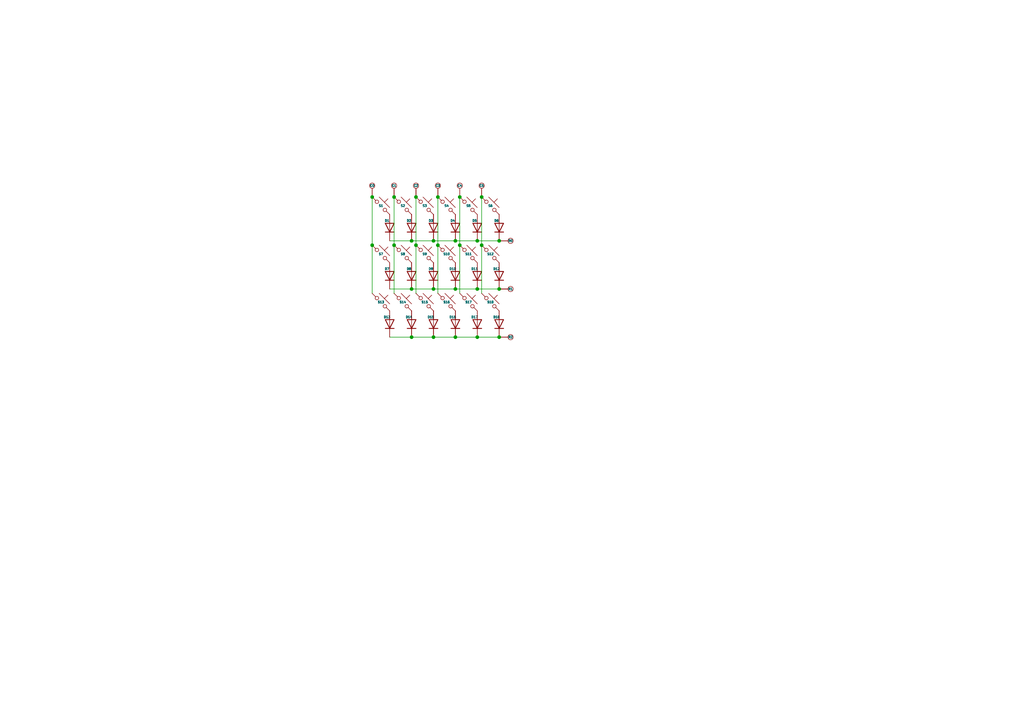
<source format=kicad_sch>
(kicad_sch (version 20231120) (generator "eeschema") (generator_version "8.0")
  (paper "A4")
  (lib_symbols
    (symbol "Connector:TestPoint" (pin_numbers hide) (pin_names (offset 0.762) hide)
      (property "Reference" "TP" (at 0 6.858 0))
      (property "Value" "TestPoint" (at 0 5.08 0))
      (symbol "TestPoint_0_1"
        (circle (center 0 3.302) (radius 0.762))
      )
      (symbol "TestPoint_1_1"
        (pin passive line (at 0 0 90) (length 2.54) (name "1") (number "1"))
      )
    )
    (symbol "ScottoKeebs:Placeholder_Diode" (pin_numbers hide) (pin_names hide)
      (property "Reference" "D" (at 0 2.54 0))
      (property "Value" "Diode" (at 0 -2.54 0))
      (symbol "Placeholder_Diode_0_1"
        (polyline (pts (xy -1.27 1.27) (xy -1.27 -1.27)) (stroke (width 0.254)))
        (polyline (pts (xy 1.27 0) (xy -1.27 0)))
        (polyline (pts (xy 1.27 1.27) (xy 1.27 -1.27) (xy -1.27 0) (xy 1.27 1.27)) (stroke (width 0.254)))
      )
      (symbol "Placeholder_Diode_1_1"
        (pin passive line (at -3.81 0 0) (length 2.54) (name "K") (number "1"))
        (pin passive line (at 3.81 0 180) (length 2.54) (name "A") (number "2"))
      )
    )
    (symbol "ScottoKeebs:Placeholder_Keyswitch" (pin_numbers hide) (pin_names (offset 1.016) hide)
      (property "Reference" "S" (at 3.048 1.016 0))
      (property "Value" "Keyswitch" (at 0 -3.81 0))
      (symbol "Placeholder_Keyswitch_0_1"
        (circle (center -1.1684 1.1684) (radius 0.508))
        (polyline (pts (xy -0.508 2.54) (xy 2.54 -0.508)))
        (polyline (pts (xy 1.016 1.016) (xy 2.032 2.032)))
        (polyline (pts (xy -2.54 2.54) (xy -1.524 1.524) (xy -1.524 1.524)))
        (polyline (pts (xy 1.524 -1.524) (xy 2.54 -2.54) (xy 2.54 -2.54) (xy 2.54 -2.54)))
        (circle (center 1.143 -1.1938) (radius 0.508))
        (pin passive line (at -2.54 2.54 0) (length 0) (name "1") (number "1"))
        (pin passive line (at 2.54 -2.54 180) (length 0) (name "2") (number "2"))
      )
    )
  )
  (junction (at 138.43 83.82))
  (junction (at 139.7 57.15))
  (junction (at 144.78 69.85))
  (junction (at 107.95 71.12))
  (junction (at 138.43 69.85))
  (junction (at 132.08 83.82))
  (junction (at 119.38 69.85))
  (junction (at 114.3 57.15))
  (junction (at 133.35 57.15))
  (junction (at 132.08 97.79))
  (junction (at 127 71.12))
  (junction (at 132.08 69.85))
  (junction (at 119.38 83.82))
  (junction (at 138.43 97.79))
  (junction (at 114.3 71.12))
  (junction (at 120.65 71.12))
  (junction (at 127 57.15))
  (junction (at 144.78 97.79))
  (junction (at 133.35 71.12))
  (junction (at 119.38 97.79))
  (junction (at 125.73 69.85))
  (junction (at 125.73 83.82))
  (junction (at 144.78 83.82))
  (junction (at 139.7 71.12))
  (junction (at 107.95 57.15))
  (junction (at 125.73 97.79))
  (junction (at 120.65 57.15))
  (wire (pts (xy 120.65 71.12) (xy 120.65 85.09)))
  (wire (pts (xy 132.08 69.85) (xy 138.43 69.85)))
  (wire (pts (xy 127 57.15) (xy 127 71.12)))
  (wire (pts (xy 114.3 71.12) (xy 114.3 85.09)))
  (wire (pts (xy 107.95 71.12) (xy 107.95 85.09)))
  (wire (pts (xy 138.43 97.79) (xy 144.78 97.79)))
  (wire (pts (xy 133.35 57.15) (xy 133.35 71.12)))
  (wire (pts (xy 139.7 57.15) (xy 139.7 71.12)))
  (wire (pts (xy 132.08 97.79) (xy 138.43 97.79)))
  (wire (pts (xy 113.03 97.79) (xy 119.38 97.79)))
  (wire (pts (xy 119.38 83.82) (xy 125.73 83.82)))
  (wire (pts (xy 132.08 83.82) (xy 138.43 83.82)))
  (wire (pts (xy 120.65 57.15) (xy 120.65 71.12)))
  (wire (pts (xy 119.38 69.85) (xy 125.73 69.85)))
  (wire (pts (xy 113.03 83.82) (xy 119.38 83.82)))
  (wire (pts (xy 125.73 69.85) (xy 132.08 69.85)))
  (wire (pts (xy 125.73 97.79) (xy 132.08 97.79)))
  (wire (pts (xy 138.43 69.85) (xy 144.78 69.85)))
  (wire (pts (xy 113.03 69.85) (xy 119.38 69.85)))
  (wire (pts (xy 138.43 83.82) (xy 144.78 83.82)))
  (wire (pts (xy 133.35 71.12) (xy 133.35 85.09)))
  (wire (pts (xy 125.73 83.82) (xy 132.08 83.82)))
  (wire (pts (xy 127 71.12) (xy 127 85.09)))
  (wire (pts (xy 119.38 97.79) (xy 125.73 97.79)))
  (wire (pts (xy 114.3 57.15) (xy 114.3 71.12)))
  (wire (pts (xy 139.7 71.12) (xy 139.7 85.09)))
  (wire (pts (xy 107.95 57.15) (xy 107.95 71.12)))
  (symbol (lib_id "Connector:TestPoint") (at 133.35 57.15 0) (unit 1)
    (property "Reference" "C4" (at 133.35 53.848 0) (effects (font (size 0.635 0.635))))
    (property "Value" "TestPoint" (effects (hide yes)))
    (property "Footprint" "ScottoKeebs_Scotto:TestPoint" (effects (hide yes)))
    (property "Description" "test point" (effects (hide yes)))
  )
  (symbol (lib_id "ScottoKeebs:Placeholder_Diode") (at 113.03 93.98 90) (unit 1)
    (property "Reference" "D13" (at 112.268 91.948 90) (effects (font (size 0.635 0.635))))
    (property "Value" "Diode" (effects (hide yes)))
    (property "Footprint" "ScottoKeebs_Components:Diode_SOD-123" (effects (hide yes)))
    (property "Description" "1N4148 (DO-35) or 1N4148W (SOD-123)" (effects (hide yes)))
    (property "Sim.Device" "D" (effects (hide yes)))
    (property "Sim.Pins" "1=K 2=A" (effects (hide yes)))
  )
  (symbol (lib_id "ScottoKeebs:Placeholder_Diode") (at 138.43 80.01 90) (unit 1)
    (property "Reference" "D11" (at 137.668 77.978 90) (effects (font (size 0.635 0.635))))
    (property "Value" "Diode" (effects (hide yes)))
    (property "Footprint" "ScottoKeebs_Components:Diode_SOD-123" (effects (hide yes)))
    (property "Description" "1N4148 (DO-35) or 1N4148W (SOD-123)" (effects (hide yes)))
    (property "Sim.Device" "D" (effects (hide yes)))
    (property "Sim.Pins" "1=K 2=A" (effects (hide yes)))
  )
  (symbol (lib_id "ScottoKeebs:Placeholder_Keyswitch") (at 116.84 73.66 0) (unit 1)
    (property "Reference" "S8" (at 116.84 73.66 0) (effects (font (size 0.635 0.635))))
    (property "Value" "Keyswitch" (effects (hide yes)))
    (property "Footprint" "ScottoKeebs_Scotto:MX_Solder_1.00u" (effects (hide yes)))
    (property "Description" "Push button switch, normally open, two pins, 45° tilted" (effects (hide yes)))
  )
  (symbol (lib_id "ScottoKeebs:Placeholder_Keyswitch") (at 110.49 87.63 0) (unit 1)
    (property "Reference" "S13" (at 110.49 87.63 0) (effects (font (size 0.635 0.635))))
    (property "Value" "Keyswitch" (effects (hide yes)))
    (property "Footprint" "ScottoKeebs_Scotto:MX_Solder_1.00u" (effects (hide yes)))
    (property "Description" "Push button switch, normally open, two pins, 45° tilted" (effects (hide yes)))
  )
  (symbol (lib_id "ScottoKeebs:Placeholder_Keyswitch") (at 142.24 73.66 0) (unit 1)
    (property "Reference" "S12" (at 142.24 73.66 0) (effects (font (size 0.635 0.635))))
    (property "Value" "Keyswitch" (effects (hide yes)))
    (property "Footprint" "ScottoKeebs_Scotto:MX_Solder_1.00u" (effects (hide yes)))
    (property "Description" "Push button switch, normally open, two pins, 45° tilted" (effects (hide yes)))
  )
  (symbol (lib_id "ScottoKeebs:Placeholder_Diode") (at 138.43 93.98 90) (unit 1)
    (property "Reference" "D17" (at 137.668 91.948 90) (effects (font (size 0.635 0.635))))
    (property "Value" "Diode" (effects (hide yes)))
    (property "Footprint" "ScottoKeebs_Components:Diode_SOD-123" (effects (hide yes)))
    (property "Description" "1N4148 (DO-35) or 1N4148W (SOD-123)" (effects (hide yes)))
    (property "Sim.Device" "D" (effects (hide yes)))
    (property "Sim.Pins" "1=K 2=A" (effects (hide yes)))
  )
  (symbol (lib_id "ScottoKeebs:Placeholder_Keyswitch") (at 123.19 59.69 0) (unit 1)
    (property "Reference" "S3" (at 123.19 59.69 0) (effects (font (size 0.635 0.635))))
    (property "Value" "Keyswitch" (effects (hide yes)))
    (property "Footprint" "ScottoKeebs_Scotto:MX_Solder_1.00u" (effects (hide yes)))
    (property "Description" "Push button switch, normally open, two pins, 45° tilted" (effects (hide yes)))
  )
  (symbol (lib_id "ScottoKeebs:Placeholder_Diode") (at 119.38 80.01 90) (unit 1)
    (property "Reference" "D8" (at 118.618 77.978 90) (effects (font (size 0.635 0.635))))
    (property "Value" "Diode" (effects (hide yes)))
    (property "Footprint" "ScottoKeebs_Components:Diode_SOD-123" (effects (hide yes)))
    (property "Description" "1N4148 (DO-35) or 1N4148W (SOD-123)" (effects (hide yes)))
    (property "Sim.Device" "D" (effects (hide yes)))
    (property "Sim.Pins" "1=K 2=A" (effects (hide yes)))
  )
  (symbol (lib_id "Connector:TestPoint") (at 144.78 69.85 270) (unit 1)
    (property "Reference" "R0" (at 148.082 69.85 90) (effects (font (size 0.635 0.635))))
    (property "Value" "TestPoint" (effects (hide yes)))
    (property "Footprint" "ScottoKeebs_Scotto:TestPoint" (effects (hide yes)))
    (property "Description" "test point" (effects (hide yes)))
  )
  (symbol (lib_id "ScottoKeebs:Placeholder_Diode") (at 119.38 93.98 90) (unit 1)
    (property "Reference" "D14" (at 118.618 91.948 90) (effects (font (size 0.635 0.635))))
    (property "Value" "Diode" (effects (hide yes)))
    (property "Footprint" "ScottoKeebs_Components:Diode_SOD-123" (effects (hide yes)))
    (property "Description" "1N4148 (DO-35) or 1N4148W (SOD-123)" (effects (hide yes)))
    (property "Sim.Device" "D" (effects (hide yes)))
    (property "Sim.Pins" "1=K 2=A" (effects (hide yes)))
  )
  (symbol (lib_id "ScottoKeebs:Placeholder_Keyswitch") (at 116.84 59.69 0) (unit 1)
    (property "Reference" "S2" (at 116.84 59.69 0) (effects (font (size 0.635 0.635))))
    (property "Value" "Keyswitch" (effects (hide yes)))
    (property "Footprint" "ScottoKeebs_Scotto:MX_Solder_1.00u" (effects (hide yes)))
    (property "Description" "Push button switch, normally open, two pins, 45° tilted" (effects (hide yes)))
  )
  (symbol (lib_id "ScottoKeebs:Placeholder_Diode") (at 125.73 66.04 90) (unit 1)
    (property "Reference" "D3" (at 124.968 64.008 90) (effects (font (size 0.635 0.635))))
    (property "Value" "Diode" (effects (hide yes)))
    (property "Footprint" "ScottoKeebs_Components:Diode_SOD-123" (effects (hide yes)))
    (property "Description" "1N4148 (DO-35) or 1N4148W (SOD-123)" (effects (hide yes)))
    (property "Sim.Device" "D" (effects (hide yes)))
    (property "Sim.Pins" "1=K 2=A" (effects (hide yes)))
  )
  (symbol (lib_id "ScottoKeebs:Placeholder_Diode") (at 125.73 80.01 90) (unit 1)
    (property "Reference" "D9" (at 124.968 77.978 90) (effects (font (size 0.635 0.635))))
    (property "Value" "Diode" (effects (hide yes)))
    (property "Footprint" "ScottoKeebs_Components:Diode_SOD-123" (effects (hide yes)))
    (property "Description" "1N4148 (DO-35) or 1N4148W (SOD-123)" (effects (hide yes)))
    (property "Sim.Device" "D" (effects (hide yes)))
    (property "Sim.Pins" "1=K 2=A" (effects (hide yes)))
  )
  (symbol (lib_id "ScottoKeebs:Placeholder_Keyswitch") (at 110.49 59.69 0) (unit 1)
    (property "Reference" "S1" (at 110.49 59.69 0) (effects (font (size 0.635 0.635))))
    (property "Value" "Keyswitch" (effects (hide yes)))
    (property "Footprint" "ScottoKeebs_Scotto:MX_Solder_1.00u" (effects (hide yes)))
    (property "Description" "Push button switch, normally open, two pins, 45° tilted" (effects (hide yes)))
  )
  (symbol (lib_id "ScottoKeebs:Placeholder_Diode") (at 132.08 80.01 90) (unit 1)
    (property "Reference" "D10" (at 131.318 77.978 90) (effects (font (size 0.635 0.635))))
    (property "Value" "Diode" (effects (hide yes)))
    (property "Footprint" "ScottoKeebs_Components:Diode_SOD-123" (effects (hide yes)))
    (property "Description" "1N4148 (DO-35) or 1N4148W (SOD-123)" (effects (hide yes)))
    (property "Sim.Device" "D" (effects (hide yes)))
    (property "Sim.Pins" "1=K 2=A" (effects (hide yes)))
  )
  (symbol (lib_id "ScottoKeebs:Placeholder_Keyswitch") (at 116.84 87.63 0) (unit 1)
    (property "Reference" "S14" (at 116.84 87.63 0) (effects (font (size 0.635 0.635))))
    (property "Value" "Keyswitch" (effects (hide yes)))
    (property "Footprint" "ScottoKeebs_Scotto:MX_Solder_1.00u" (effects (hide yes)))
    (property "Description" "Push button switch, normally open, two pins, 45° tilted" (effects (hide yes)))
  )
  (symbol (lib_id "ScottoKeebs:Placeholder_Keyswitch") (at 142.24 59.69 0) (unit 1)
    (property "Reference" "S6" (at 142.24 59.69 0) (effects (font (size 0.635 0.635))))
    (property "Value" "Keyswitch" (effects (hide yes)))
    (property "Footprint" "ScottoKeebs_Scotto:MX_Solder_1.00u" (effects (hide yes)))
    (property "Description" "Push button switch, normally open, two pins, 45° tilted" (effects (hide yes)))
  )
  (symbol (lib_id "Connector:TestPoint") (at 144.78 83.82 270) (unit 1)
    (property "Reference" "R1" (at 148.082 83.82 90) (effects (font (size 0.635 0.635))))
    (property "Value" "TestPoint" (effects (hide yes)))
    (property "Footprint" "ScottoKeebs_Scotto:TestPoint" (effects (hide yes)))
    (property "Description" "test point" (effects (hide yes)))
  )
  (symbol (lib_id "Connector:TestPoint") (at 127 57.15 0) (unit 1)
    (property "Reference" "C3" (at 127 53.848 0) (effects (font (size 0.635 0.635))))
    (property "Value" "TestPoint" (effects (hide yes)))
    (property "Footprint" "ScottoKeebs_Scotto:TestPoint" (effects (hide yes)))
    (property "Description" "test point" (effects (hide yes)))
  )
  (symbol (lib_id "ScottoKeebs:Placeholder_Diode") (at 144.78 66.04 90) (unit 1)
    (property "Reference" "D6" (at 144.018 64.008 90) (effects (font (size 0.635 0.635))))
    (property "Value" "Diode" (effects (hide yes)))
    (property "Footprint" "ScottoKeebs_Components:Diode_SOD-123" (effects (hide yes)))
    (property "Description" "1N4148 (DO-35) or 1N4148W (SOD-123)" (effects (hide yes)))
    (property "Sim.Device" "D" (effects (hide yes)))
    (property "Sim.Pins" "1=K 2=A" (effects (hide yes)))
  )
  (symbol (lib_id "ScottoKeebs:Placeholder_Diode") (at 119.38 66.04 90) (unit 1)
    (property "Reference" "D2" (at 118.618 64.008 90) (effects (font (size 0.635 0.635))))
    (property "Value" "Diode" (effects (hide yes)))
    (property "Footprint" "ScottoKeebs_Components:Diode_SOD-123" (effects (hide yes)))
    (property "Description" "1N4148 (DO-35) or 1N4148W (SOD-123)" (effects (hide yes)))
    (property "Sim.Device" "D" (effects (hide yes)))
    (property "Sim.Pins" "1=K 2=A" (effects (hide yes)))
  )
  (symbol (lib_id "ScottoKeebs:Placeholder_Keyswitch") (at 129.54 73.66 0) (unit 1)
    (property "Reference" "S10" (at 129.54 73.66 0) (effects (font (size 0.635 0.635))))
    (property "Value" "Keyswitch" (effects (hide yes)))
    (property "Footprint" "ScottoKeebs_Scotto:MX_Solder_1.00u" (effects (hide yes)))
    (property "Description" "Push button switch, normally open, two pins, 45° tilted" (effects (hide yes)))
  )
  (symbol (lib_id "Connector:TestPoint") (at 120.65 57.15 0) (unit 1)
    (property "Reference" "C2" (at 120.65 53.848 0) (effects (font (size 0.635 0.635))))
    (property "Value" "TestPoint" (effects (hide yes)))
    (property "Footprint" "ScottoKeebs_Scotto:TestPoint" (effects (hide yes)))
    (property "Description" "test point" (effects (hide yes)))
  )
  (symbol (lib_id "Connector:TestPoint") (at 114.3 57.15 0) (unit 1)
    (property "Reference" "C1" (at 114.3 53.848 0) (effects (font (size 0.635 0.635))))
    (property "Value" "TestPoint" (effects (hide yes)))
    (property "Footprint" "ScottoKeebs_Scotto:TestPoint" (effects (hide yes)))
    (property "Description" "test point" (effects (hide yes)))
  )
  (symbol (lib_id "ScottoKeebs:Placeholder_Diode") (at 132.08 66.04 90) (unit 1)
    (property "Reference" "D4" (at 131.318 64.008 90) (effects (font (size 0.635 0.635))))
    (property "Value" "Diode" (effects (hide yes)))
    (property "Footprint" "ScottoKeebs_Components:Diode_SOD-123" (effects (hide yes)))
    (property "Description" "1N4148 (DO-35) or 1N4148W (SOD-123)" (effects (hide yes)))
    (property "Sim.Device" "D" (effects (hide yes)))
    (property "Sim.Pins" "1=K 2=A" (effects (hide yes)))
  )
  (symbol (lib_id "ScottoKeebs:Placeholder_Keyswitch") (at 110.49 73.66 0) (unit 1)
    (property "Reference" "S7" (at 110.49 73.66 0) (effects (font (size 0.635 0.635))))
    (property "Value" "Keyswitch" (effects (hide yes)))
    (property "Footprint" "ScottoKeebs_Scotto:MX_Solder_1.00u" (effects (hide yes)))
    (property "Description" "Push button switch, normally open, two pins, 45° tilted" (effects (hide yes)))
  )
  (symbol (lib_id "ScottoKeebs:Placeholder_Diode") (at 125.73 93.98 90) (unit 1)
    (property "Reference" "D15" (at 124.968 91.948 90) (effects (font (size 0.635 0.635))))
    (property "Value" "Diode" (effects (hide yes)))
    (property "Footprint" "ScottoKeebs_Components:Diode_SOD-123" (effects (hide yes)))
    (property "Description" "1N4148 (DO-35) or 1N4148W (SOD-123)" (effects (hide yes)))
    (property "Sim.Device" "D" (effects (hide yes)))
    (property "Sim.Pins" "1=K 2=A" (effects (hide yes)))
  )
  (symbol (lib_id "ScottoKeebs:Placeholder_Diode") (at 113.03 66.04 90) (unit 1)
    (property "Reference" "D1" (at 112.268 64.008 90) (effects (font (size 0.635 0.635))))
    (property "Value" "Diode" (effects (hide yes)))
    (property "Footprint" "ScottoKeebs_Components:Diode_SOD-123" (effects (hide yes)))
    (property "Description" "1N4148 (DO-35) or 1N4148W (SOD-123)" (effects (hide yes)))
    (property "Sim.Device" "D" (effects (hide yes)))
    (property "Sim.Pins" "1=K 2=A" (effects (hide yes)))
  )
  (symbol (lib_id "ScottoKeebs:Placeholder_Keyswitch") (at 135.89 87.63 0) (unit 1)
    (property "Reference" "S17" (at 135.89 87.63 0) (effects (font (size 0.635 0.635))))
    (property "Value" "Keyswitch" (effects (hide yes)))
    (property "Footprint" "ScottoKeebs_Scotto:MX_Solder_1.00u" (effects (hide yes)))
    (property "Description" "Push button switch, normally open, two pins, 45° tilted" (effects (hide yes)))
  )
  (symbol (lib_id "ScottoKeebs:Placeholder_Diode") (at 144.78 93.98 90) (unit 1)
    (property "Reference" "D18" (at 144.018 91.948 90) (effects (font (size 0.635 0.635))))
    (property "Value" "Diode" (effects (hide yes)))
    (property "Footprint" "ScottoKeebs_Components:Diode_SOD-123" (effects (hide yes)))
    (property "Description" "1N4148 (DO-35) or 1N4148W (SOD-123)" (effects (hide yes)))
    (property "Sim.Device" "D" (effects (hide yes)))
    (property "Sim.Pins" "1=K 2=A" (effects (hide yes)))
  )
  (symbol (lib_id "Connector:TestPoint") (at 139.7 57.15 0) (unit 1)
    (property "Reference" "C5" (at 139.7 53.848 0) (effects (font (size 0.635 0.635))))
    (property "Value" "TestPoint" (effects (hide yes)))
    (property "Footprint" "ScottoKeebs_Scotto:TestPoint" (effects (hide yes)))
    (property "Description" "test point" (effects (hide yes)))
  )
  (symbol (lib_id "ScottoKeebs:Placeholder_Keyswitch") (at 129.54 59.69 0) (unit 1)
    (property "Reference" "S4" (at 129.54 59.69 0) (effects (font (size 0.635 0.635))))
    (property "Value" "Keyswitch" (effects (hide yes)))
    (property "Footprint" "ScottoKeebs_Scotto:MX_Solder_1.00u" (effects (hide yes)))
    (property "Description" "Push button switch, normally open, two pins, 45° tilted" (effects (hide yes)))
  )
  (symbol (lib_id "Connector:TestPoint") (at 107.95 57.15 0) (unit 1)
    (property "Reference" "C0" (at 107.95 53.848 0) (effects (font (size 0.635 0.635))))
    (property "Value" "TestPoint" (effects (hide yes)))
    (property "Footprint" "ScottoKeebs_Scotto:TestPoint" (effects (hide yes)))
    (property "Description" "test point" (effects (hide yes)))
  )
  (symbol (lib_id "ScottoKeebs:Placeholder_Diode") (at 113.03 80.01 90) (unit 1)
    (property "Reference" "D7" (at 112.268 77.978 90) (effects (font (size 0.635 0.635))))
    (property "Value" "Diode" (effects (hide yes)))
    (property "Footprint" "ScottoKeebs_Components:Diode_SOD-123" (effects (hide yes)))
    (property "Description" "1N4148 (DO-35) or 1N4148W (SOD-123)" (effects (hide yes)))
    (property "Sim.Device" "D" (effects (hide yes)))
    (property "Sim.Pins" "1=K 2=A" (effects (hide yes)))
  )
  (symbol (lib_id "ScottoKeebs:Placeholder_Diode") (at 132.08 93.98 90) (unit 1)
    (property "Reference" "D16" (at 131.318 91.948 90) (effects (font (size 0.635 0.635))))
    (property "Value" "Diode" (effects (hide yes)))
    (property "Footprint" "ScottoKeebs_Components:Diode_SOD-123" (effects (hide yes)))
    (property "Description" "1N4148 (DO-35) or 1N4148W (SOD-123)" (effects (hide yes)))
    (property "Sim.Device" "D" (effects (hide yes)))
    (property "Sim.Pins" "1=K 2=A" (effects (hide yes)))
  )
  (symbol (lib_id "ScottoKeebs:Placeholder_Keyswitch") (at 135.89 59.69 0) (unit 1)
    (property "Reference" "S5" (at 135.89 59.69 0) (effects (font (size 0.635 0.635))))
    (property "Value" "Keyswitch" (effects (hide yes)))
    (property "Footprint" "ScottoKeebs_Scotto:MX_Solder_1.00u" (effects (hide yes)))
    (property "Description" "Push button switch, normally open, two pins, 45° tilted" (effects (hide yes)))
  )
  (symbol (lib_id "ScottoKeebs:Placeholder_Diode") (at 144.78 80.01 90) (unit 1)
    (property "Reference" "D12" (at 144.018 77.978 90) (effects (font (size 0.635 0.635))))
    (property "Value" "Diode" (effects (hide yes)))
    (property "Footprint" "ScottoKeebs_Components:Diode_SOD-123" (effects (hide yes)))
    (property "Description" "1N4148 (DO-35) or 1N4148W (SOD-123)" (effects (hide yes)))
    (property "Sim.Device" "D" (effects (hide yes)))
    (property "Sim.Pins" "1=K 2=A" (effects (hide yes)))
  )
  (symbol (lib_id "ScottoKeebs:Placeholder_Keyswitch") (at 129.54 87.63 0) (unit 1)
    (property "Reference" "S16" (at 129.54 87.63 0) (effects (font (size 0.635 0.635))))
    (property "Value" "Keyswitch" (effects (hide yes)))
    (property "Footprint" "ScottoKeebs_Scotto:MX_Solder_1.00u" (effects (hide yes)))
    (property "Description" "Push button switch, normally open, two pins, 45° tilted" (effects (hide yes)))
  )
  (symbol (lib_id "ScottoKeebs:Placeholder_Keyswitch") (at 123.19 73.66 0) (unit 1)
    (property "Reference" "S9" (at 123.19 73.66 0) (effects (font (size 0.635 0.635))))
    (property "Value" "Keyswitch" (effects (hide yes)))
    (property "Footprint" "ScottoKeebs_Scotto:MX_Solder_1.00u" (effects (hide yes)))
    (property "Description" "Push button switch, normally open, two pins, 45° tilted" (effects (hide yes)))
  )
  (symbol (lib_id "ScottoKeebs:Placeholder_Diode") (at 138.43 66.04 90) (unit 1)
    (property "Reference" "D5" (at 137.668 64.008 90) (effects (font (size 0.635 0.635))))
    (property "Value" "Diode" (effects (hide yes)))
    (property "Footprint" "ScottoKeebs_Components:Diode_SOD-123" (effects (hide yes)))
    (property "Description" "1N4148 (DO-35) or 1N4148W (SOD-123)" (effects (hide yes)))
    (property "Sim.Device" "D" (effects (hide yes)))
    (property "Sim.Pins" "1=K 2=A" (effects (hide yes)))
  )
  (symbol (lib_id "Connector:TestPoint") (at 144.78 97.79 270) (unit 1)
    (property "Reference" "R2" (at 148.082 97.79 90) (effects (font (size 0.635 0.635))))
    (property "Value" "TestPoint" (effects (hide yes)))
    (property "Footprint" "ScottoKeebs_Scotto:TestPoint" (effects (hide yes)))
    (property "Description" "test point" (effects (hide yes)))
  )
  (symbol (lib_id "ScottoKeebs:Placeholder_Keyswitch") (at 142.24 87.63 0) (unit 1)
    (property "Reference" "S18" (at 142.24 87.63 0) (effects (font (size 0.635 0.635))))
    (property "Value" "Keyswitch" (effects (hide yes)))
    (property "Footprint" "ScottoKeebs_Scotto:MX_Solder_1.00u" (effects (hide yes)))
    (property "Description" "Push button switch, normally open, two pins, 45° tilted" (effects (hide yes)))
  )
  (symbol (lib_id "ScottoKeebs:Placeholder_Keyswitch") (at 123.19 87.63 0) (unit 1)
    (property "Reference" "S15" (at 123.19 87.63 0) (effects (font (size 0.635 0.635))))
    (property "Value" "Keyswitch" (effects (hide yes)))
    (property "Footprint" "ScottoKeebs_Scotto:MX_Solder_1.00u" (effects (hide yes)))
    (property "Description" "Push button switch, normally open, two pins, 45° tilted" (effects (hide yes)))
  )
  (symbol (lib_id "ScottoKeebs:Placeholder_Keyswitch") (at 135.89 73.66 0) (unit 1)
    (property "Reference" "S11" (at 135.89 73.66 0) (effects (font (size 0.635 0.635))))
    (property "Value" "Keyswitch" (effects (hide yes)))
    (property "Footprint" "ScottoKeebs_Scotto:MX_Solder_1.00u" (effects (hide yes)))
    (property "Description" "Push button switch, normally open, two pins, 45° tilted" (effects (hide yes)))
  )
)
</source>
